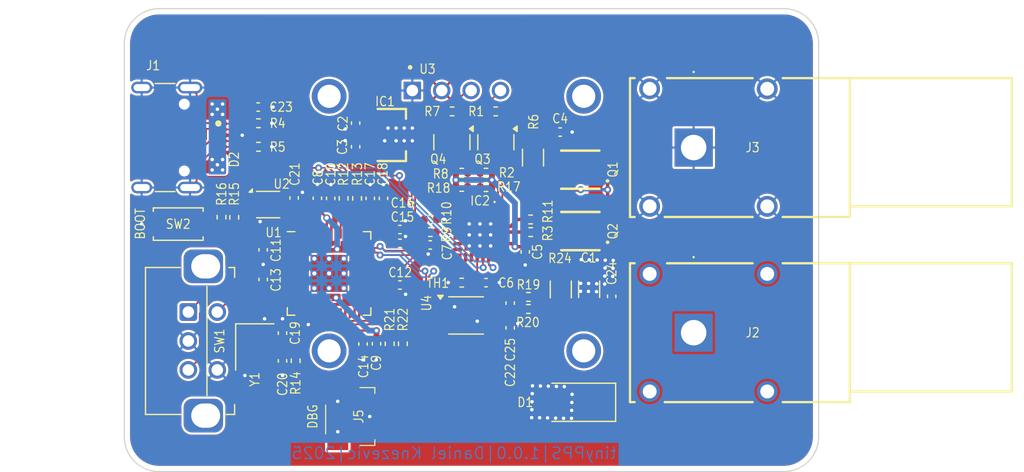
<source format=kicad_pcb>
(kicad_pcb (version 20241229) (generator "pcbnew") (generator_version "9.0")
  (layers (0 "F.Cu" signal) (2 "B.Cu" signal) (13 "F.Paste" user) (15 "B.Paste" user) (5 "F.SilkS" user "F.Silkscreen") (7 "B.SilkS" user "B.Silkscreen") (1 "F.Mask" user) (3 "B.Mask" user) (25 "Edge.Cuts" user))
  (net 0 "")
  (net 1 "GND")
  (net 2 "+3V3")
  (net 13 "VBUS")
  (net 14 "/USB_D-")
  (net 15 "/USB_D+")
  (net 16 "Net-(IC2-IFB)")
  (net 17 "Net-(IC2-V18)")
  (net 21 "/GPIO10")
  (net 22 "/GPIO9")
  (net 33 "/GPIO11")
  (net 34 "/CC2")
  (net 35 "/CC1")
  (net 38 "Net-(IC2-OTP)")
  (net 40 "Net-(IC2-VOUT)")
  (net 42 "+5V")
  (net 44 "/SDA_5V")
  (net 46 "/PD_INT_5V")
  (net 47 "/SCL_5V")
  (net 50 "Net-(IC2-VCC)")
  (net 52 "Net-(IC2-PWR_EN)")
  (net 53 "Net-(Q1-S_1)")
  (net 54 "/SDA")
  (net 55 "/SCL")
  (net 56 "+1V1")
  (net 57 "Net-(U1-XIN)")
  (net 58 "Net-(C20-Pad1)")
  (net 59 "Net-(J5-Pad1)")
  (net 60 "Net-(J5-Pad3)")
  (net 61 "/PD_INT")
  (net 62 "Net-(U1-USB_DP)")
  (net 63 "Net-(U1-USB_DM)")
  (net 64 "Net-(U1-XOUT)")
  (net 65 "/QSPI_SS")
  (net 66 "/~{USB_BOOT}")
  (net 67 "/SC")
  (net 68 "/SD")
  (net 69 "/QSPI_SD3")
  (net 70 "/QSPI_SD2")
  (net 71 "/QSPI_SD0")
  (net 72 "/QSPI_SCLK")
  (net 73 "/QSPI_SD1")
  (net 75 "/VIN+")
  (net 78 "Net-(Q1-G)")
  (net 79 "Net-(U4-Vin+)")
  (net 80 "/VOUT_PD")
  (net 81 "Net-(U4-Vbus)")
  (footprint "Capacitor_SMD:C_0402_1005Metric" (layer "F.Cu") (at 116.4462 97.2284 -90)
    (property "Reference" "C25")
    (property "Value" "100n")
  )
  (footprint "Capacitor_SMD:C_0402_1005Metric" (layer "F.Cu") (at 103.0898 83.72 90)
    (property "Reference" "C3")
    (property "Value" "2u2")
  )
  (footprint "Resistor_SMD:R_0402_1005Metric" (layer "F.Cu") (at 112.259 95.4595 180)
    (property "Reference" "TH1")
    (property "Value" "Thermistor_NTC 10k")
  )
  (footprint "Capacitor_SMD:C_0402_1005Metric" (layer "F.Cu") (at 109.539 92.2 180)
    (property "Reference" "C7")
    (property "Value" "100n")
  )
  (footprint "Resistor_SMD:R_0402_1005Metric" (layer "F.Cu") (at 109.55 90)
    (property "Reference" "R10")
    (property "Value" "10k")
  )
  (footprint "Resistor_SMD:R_0402_1005Metric" (layer "F.Cu") (at 118.219 91.09 180)
    (property "Reference" "R3")
    (property "Value" "100R")
  )
  (footprint "SamacSys:DMTH8008LFGQ7" (layer "F.Cu") (at 121.194 85.6963 90)
    (property "Reference" "Q1")
    (property "Value" "DMN3009SFG-7" (hide yes))
  )
  (footprint "Resistor_SMD:R_0402_1005Metric" (layer "F.Cu") (at 112.259 85.962)
    (property "Reference" "R8")
    (property "Value" "10k")
  )
  (footprint "Resistor_SMD:R_0402_1005Metric" (layer "F.Cu") (at 107.1732 100.7425 -90)
    (property "Reference" "R22")
    (property "Value" "100R")
  )
  (footprint "Resistor_SMD:R_0402_1005Metric" (layer "F.Cu") (at 118.021 97.7364 180)
    (property "Reference" "R20")
    (property "Value" "10R")
  )
  (footprint "SamacSys:AP33772SDKZ13FA01" (layer "F.Cu") (at 113.844 91.3395 -90)
    (property "Reference" "IC2")
    (property "Value" "AP33772SDKZ-13-FA01" (hide yes))
  )
  (footprint "Capacitor_SMD:C_0402_1005Metric" (layer "F.Cu") (at 96.7714 99.82 90)
    (property "Reference" "C19")
    (property "Value" "15p")
  )
  (footprint "SamacSys:SM03BSRSSTBLFSN" (layer "F.Cu") (at 102.9614 107.0278 -90)
    (property "Reference" "J5")
    (property "Value" "SM03B-SRSS-TB_LF__SN_" (hide yes))
  )
  (footprint "Capacitor_SMD:C_0402_1005Metric" (layer "F.Cu") (at 100.935 88.1775 90)
    (property "Reference" "C10")
    (property "Value" "100n")
  )
  (footprint "Package_SO:VSSOP-10_3x3mm_P0.5mm" (layer "F.Cu") (at 112.6301 98.2944)
    (property "Reference" "U4")
    (property "Value" "INA226")
  )
  (footprint "Capacitor_SMD:C_0402_1005Metric" (layer "F.Cu") (at 97.775 88.1375 90)
    (property "Reference" "C21")
    (property "Value" "100n")
  )
  (footprint "Capacitor_SMD:C_0402_1005Metric" (layer "F.Cu") (at 120.7644 82.4456)
    (property "Reference" "C4")
    (property "Value" "1u")
  )
  (footprint "Resistor_SMD:R_0402_1005Metric" (layer "F.Cu") (at 112.259 87.1845)
    (property "Reference" "R18")
    (property "Value" "4k7")
  )
  (footprint "Capacitor_SMD:C_1206_3216Metric" (layer "F.Cu") (at 123.269 96.0368 90)
    (property "Reference" "C1")
    (property "Value" "10u")
  )
  (footprint "Capacitor_SMD:C_0402_1005Metric" (layer "F.Cu") (at 96.7714 102.22 -90)
    (property "Reference" "C20")
    (property "Value" "15p")
  )
  (footprint "Resistor_SMD:R_0402_1005Metric" (layer "F.Cu") (at 114.359 87.1995)
    (property "Reference" "R17")
    (property "Value" "4k7")
  )
  (footprint "Capacitor_SMD:C_0402_1005Metric" (layer "F.Cu") (at 94.67 80.284)
    (property "Reference" "C23")
    (property "Value" "100n")
  )
  (footprint "Capacitor_SMD:C_0402_1005Metric" (layer "F.Cu") (at 105.495 88.1775 90)
    (property "Reference" "C18")
    (property "Value" "1u")
  )
  (footprint "Crystal:Crystal_SMD_3225-4Pin_3.2x2.5mm" (layer "F.Cu") (at 94.3714 101.02 -90)
    (property "Reference" "Y1")
    (property "Value" "ABM8-272-T3")
  )
  (footprint "Connector_USB:USB_C_Receptacle_GCT_USB4105-xx-A_16P_TopMnt_Horizontal" (layer "F.Cu") (at 85.675 82.92 -90)
    (property "Reference" "J1")
    (property "Value" "USB_C_Receptacle_USB2.0_14P")
  )
  (footprint "Resistor_SMD:R_0402_1005Metric" (layer "F.Cu") (at 103.215 88.1775 -90)
    (property "Reference" "R13")
    (property "Value" "27R")
  )
  (footprint "Resistor_SMD:R_1206_3216Metric" (layer "F.Cu") (at 120.819 96.0493 -90)
    (property "Reference" "R24")
    (property "Value" "10m")
  )
  (footprint "Resistor_SMD:R_0402_1005Metric" (layer "F.Cu") (at 118.023 96.695 180)
    (property "Reference" "R19")
    (property "Value" "10R")
  )
  (footprint "Capacitor_SMD:C_0402_1005Metric" (layer "F.Cu") (at 106.92 92.0625)
    (property "Reference" "C15")
    (property "Value" "100n")
  )
  (footprint "Resistor_SMD:R_0402_1005Metric" (layer "F.Cu") (at 109.55 91.09 180)
    (property "Reference" "R9")
    (property "Value" "5k1")
  )
  (footprint "Resistor_SMD:R_0402_1005Metric" (layer "F.Cu") (at 91.5 89.8 90)
    (property "Reference" "R16")
    (property "Value" "1k")
  )
  (footprint "SamacSys:1873802" (layer "F.Cu") (at 132.3 99.784 180)
    (property "Reference" "J2")
    (property "Value" "187-3802" (hide yes))
  )
  (footprint "Capacitor_SMD:C_0402_1005Metric" (layer "F.Cu") (at 104.355 88.1775 90)
    (property "Reference" "C17")
    (property "Value" "1u")
  )
  (footprint "Capacitor_SMD:C_0402_1005Metric" (layer "F.Cu") (at 114.359 95.4595)
    (property "Reference" "C6")
    (property "Value" "100n")
  )
  (footprint "Capacitor_SMD:C_0402_1005Metric" (layer "F.Cu") (at 117.75 92.8 -90)
    (property "Reference" "C5")
    (property "Value" "1u")
  )
  (footprint "Resistor_SMD:R_0402_1005Metric" (layer "F.Cu") (at 111.428112 80.662 180)
    (property "Reference" "R7")
    (property "Value" "10k")
  )
  (footprint "SamacSys:SW_3x4mm" (layer "F.Cu") (at 87.757412 90.4)
    (property "Reference" "SW2")
    (property "Value" "BOOT")
  )
  (footprint "Resistor_SMD:R_0402_1005Metric" (layer "F.Cu") (at 118.21 90 180)
    (property "Reference" "R11")
    (property "Value" "10R")
  )
  (footprint "Capacitor_SMD:C_0402_1005Metric" (layer "F.Cu") (at 103.7282 100.7625 -90)
    (property "Reference" "C14")
    (property "Value" "100n")
  )
  (footprint "Resistor_SMD:R_0402_1005Metric" (layer "F.Cu") (at 92.6 89.818 -90)
    (property "Reference" "R15")
    (property "Value" "DNF")
  )
  (footprint "SamacSys:1873802" (layer "F.Cu") (at 132.3 83.784 180)
    (property "Reference" "J3")
    (property "Value" "187-3802" (hide yes))
  )
  (footprint "SamacSys:DQA_R-PUSON-N10_" (layer "F.Cu") (at 92.067588 82.72 -90)
    (property "Reference" "D2")
    (property "Value" "TPD4E05U06DQAR" (hide yes))
  )
  (footprint "SamacSys:2DB1132R13" (layer "F.Cu") (at 106.1898 82.7 -90)
    (property "Reference" "IC1")
    (property "Value" "AP2205-33Y-13" (hide yes))
  )
  (footprint "Resistor_SMD:R_1206_3216Metric" (layer "F.Cu") (at 118.419 84.6493 -90)
    (property "Reference" "R6")
    (property "Value" "5m")
  )
  (footprint "Capacitor_SMD:C_0402_1005Metric" (layer "F.Cu") (at 95.1 92.628 -90)
    (property "Reference" "C11")
    (property "Value" "100n")
  )
  (footprint "Package_TO_SOT_SMD:SOT-23" (layer "F.Cu") (at 115.209 83.322 -90)
    (property "Reference" "Q3")
    (property "Value" "BSS123")
  )
  (footprint "Resistor_SMD:R_0402_1005Metric" (layer "F.Cu") (at 106.0332 100.7425 -90)
    (property "Reference" "R21")
    (property "Value" "100R")
  )
  (footprint "Resistor_SMD:R_0402_1005Metric" (layer "F.Cu") (at 102.05 88.1775 -90)
    (property "Reference" "R12")
    (property "Value" "27R")
  )
  (footprint "MCU_RaspberryPi_RP2040:RP2040-QFN-56" (layer "F.Cu") (at 100.795 94.6625)
    (property "Reference" "U1")
    (property "Value" "RP2040")
  )
  (footprint "Rotary_Encoder:EC11 horizontal" (layer "F.Cu") (at 86.63125 98)
    (property "Reference" "SW1")
    (property "Value" "RotaryEncoder_Switch")
  )
  (footprint "Diode_SMD:D_SMA" (layer "F.Cu") (at 122.05 105.8 180)
    (property "Reference" "D1")
    (property "Value" "D_Schottky SS510-HF")
  )
  (footprint "Capacitor_SMD:C_0402_1005Metric" (layer "F.Cu") (at 99.785 88.1625 90)
    (property "Reference" "C8")
    (property "Value" "100n")
  )
  (footprint "Resistor_SMD:R_0402_1005Metric" (layer "F.Cu") (at 97.9082 102.2068 -90)
    (property "Reference" "R14")
    (property "Value" "1k")
  )
  (footprint "Capacitor_SMD:C_0402_1005Metric" (layer "F.Cu") (at 103.0898 81.67 -90)
    (property "Reference" "C2")
    (property "Value" "1u")
  )
  (footprint "Capacitor_SMD:C_0402_1005Metric" (layer "F.Cu") (at 116.4462 99.362 90)
    (property "Reference" "C22")
    (property "Value" "100n")
  )
  (footprint "SamacSys:MODULE_DM-OLED096-636" (layer "F.Cu") (at 111.8 90.3545)
    (property "Reference" "U3")
    (property "Value" "DM-OLED096-636")
  )
  (footprint "Package_SON:WSON-8-1EP_2x2mm_P0.5mm_EP0.9x1.6mm" (layer "F.Cu") (at 95.535 88.7125)
    (property "Reference" "U2")
    (property "Value" "W25Q128JVEIM")
  )
  (footprint "Resistor_SMD:R_0402_1005Metric" (layer "F.Cu") (at 115.199 80.662 180)
    (property "Reference" "R1")
    (property "Value" "10k")
  )
  (footprint "Capacitor_SMD:C_0402_1005Metric" (layer "F.Cu") (at 104.8932 100.7425 -90)
    (property "Reference" "C9")
    (property "Value" "100n")
  )
  (footprint "Resistor_SMD:R_0402_1005Metric" (layer "F.Cu") (at 94.692588 83.72)
    (property "Reference" "R5")
    (property "Value" "5k1")
  )
  (footprint "Capacitor_SMD:C_0402_1005Metric" (layer "F.Cu") (at 106.92 90.8675)
    (property "Reference" "C16")
    (property "Value" "100n")
  )
  (footprint "Capacitor_SMD:C_0402_1005Metric" (layer "F.Cu") (at 95.1 95.1825 90)
    (property "Reference" "C13")
    (property "Value" "100n")
  )
  (footprint "SamacSys:DMTH8008LFGQ7" (layer "F.Cu") (at 121.204 91.0013 90)
    (property "Reference" "Q2")
    (property "Value" "DMN3009SFG-7" (hide yes))
  )
  (footprint "Resistor_SMD:R_0402_1005Metric" (layer "F.Cu") (at 94.692588 81.6836)
    (property "Reference" "R4")
    (property "Value" "5k1")
  )
  (footprint "Resistor_SMD:R_0402_1005Metric" (layer "F.Cu") (at 114.359 85.962 180)
    (property "Reference" "R2")
    (property "Value" "10k")
  )
  (footprint "Package_TO_SOT_SMD:SOT-23" (layer "F.Cu") (at 111.409 83.322 -90)
    (property "Reference" "Q4")
    (property "Value" "BSS123")
  )
  (footprint "Capacitor_SMD:C_0402_1005Metric" (layer "F.Cu") (at 106.92 95.6625)
    (property "Reference" "C12")
    (property "Value" "100n")
  )
  (footprint "Capacitor_SMD:C_0402_1005Metric" (layer "F.Cu") (at 125.219 96.6458 90)
    (property "Reference" "C24")
    (property "Value" "100n")
  )
  (gr_line (start 143.1 108.784) (end 143.1 74.784) (stroke (width 0.1)) (layer "Edge.Cuts"))
  (gr_arc (start 83.1 74.784) (mid 83.97868 72.66268) (end 86.1 71.784) (stroke (width 0.1)) (layer "Edge.Cuts"))
  (gr_line (start 83.1 108.784) (end 83.1 74.784) (stroke (width 0.1)) (layer "Edge.Cuts"))
  (gr_line (start 86.1 71.784) (end 140.1 71.784) (stroke (width 0.1)) (layer "Edge.Cuts"))
  (gr_line (start 86.1 111.784) (end 140.1 111.784) (stroke (width 0.1)) (layer "Edge.Cuts"))
  (gr_arc (start 86.1 111.784) (mid 83.97868 110.90532) (end 83.1 108.784) (stroke (width 0.1)) (layer "Edge.Cuts"))
  (gr_arc (start 143.1 108.784) (mid 142.22132 110.90532) (end 140.1 111.784) (stroke (width 0.1)) (layer "Edge.Cuts"))
  (gr_arc (start 140.1 71.784) (mid 142.22132 72.66268) (end 143.1 74.784) (stroke (width 0.1)) (layer "Edge.Cuts"))
  (gr_text "tinyPPS|1.0.0|Daniel Knezevic|2025" (at 111.6 110.784 0) (layer "B.Cu") (effects (font (size 1 1) (thickness 0.1)) (justify bottom mirror)))
  (gr_text "DBG" (at 99.3814 107.0278 90) (layer "F.SilkS") (effects (font (size 0.8 0.7) (thickness 0.1))))
  (segment (start 116.4462 98.882) (end 116.9956 98.882) (width 0.5) (layer "F.Cu") (net 1))
  (segment (start 95.1 94.7025) (end 95.1 93.884) (width 0.5) (layer "F.Cu") (net 1))
  (segment (start 89.355 79.175) (end 88.78 78.6) (width 0.15) (layer "F.Cu") (net 1))
  (segment (start 121.2444 82.4456) (end 121.8032 82.4456) (width 0.5) (layer "F.Cu") (net 1))
  (segment (start 107.4 96.4586) (end 107.4078 96.4664) (width 0.5) (layer "F.Cu") (net 1))
  (segment (start 107.4 91.4626) (end 107.4 90.8675) (width 0.5) (layer "F.Cu") (net 1))
  (segment (start 109.059 92.682) (end 109.3636 92.9866) (width 0.5) (layer "F.Cu") (net 1))
  (segment (start 114.094 89.4145) (end 114.094 91.0895) (width 0.3) (layer "F.Cu") (net 1))
  (segment (start 114.094 91.0895) (end 113.844 91.3395) (width 0.3) (layer "F.Cu") (net 1))
  (segment (start 95.8398 81.6836) (end 95.202588 81.6836) (width 0.5) (layer "F.Cu") (net 1))
  (segment (start 105.495 87.6448) (end 105.495 87.6975) (width 0.5) (layer "F.Cu") (net 1))
  (segment (start 99.795 98.705043) (end 99.426271 99.073772) (width 0.15) (layer "F.Cu") (net 1))
  (segment (start 99.426271 99.073772) (end 99.009228 99.073772) (width 0.15) (layer "F.Cu") (net 1))
  (segment (start 107.405 95.6625) (end 107.51 95.7675) (width 0.2) (layer "F.Cu") (net 1))
  (segment (start 95.2214 99.92) (end 95.2214 98.584) (width 0.5) (layer "F.Cu") (net 1))
  (segment (start 100.935 86.9564) (end 100.95 86.9414) (width 0.5) (layer "F.Cu") (net 1))
  (segment (start 111.7399 95.4504) (end 111.749 95.4595) (width 0.5) (layer "F.Cu") (net 1))
  (segment (start 101.5484 104.7278) (end 101.5484 105.7104) (width 0.5) (layer "F.Cu") (net 1))
  (segment (start 115.5104 95.4504) (end 114.8481 95.4504) (width 0.5) (layer "F.Cu") (net 1))
  (segment (start 91.682588 82.72) (end 92.452588 82.72) (width 0.3) (layer "F.Cu") (net 1))
  (segment (start 93.5214 103.484) (end 93.5214 102.12) (width 0.5) (layer "F.Cu") (net 1))
  (segment (start 107.4 92.0625) (end 107.4 91.4626) (width 0.5) (layer "F.Cu") (net 1))
  (segment (start 94.585 89.4625) (end 94.585 89.9325) (width 0.2) (layer "F.Cu") (net 1))
  (segment (start 107.4 95.6625) (end 107.4 96.4586) (width 0.5) (layer "F.Cu") (net 1))
  (segment (start 99.795 98.1) (end 99.795 98.705043) (width 0.15) (layer "F.Cu") (net 1))
  (segment (start 109.059 92.2) (end 109.059 92.682) (width 0.5) (layer "F.Cu") (net 1))
  (segment (start 94.585 89.9325) (end 94.835 90.1825) (width 0.2) (layer "F.Cu") (net 1))
  (segment (start 104.355 87.6975) (end 104.355 86.989) (width 0.5) (layer "F.Cu") (net 1))
  (segment (start 104.355 86.989) (end 104.35 86.984) (width 0.5) (layer "F.Cu") (net 1))
  (segment (start 114.8301 98.7944) (end 113.6026 98.7944) (width 0.2) (layer "F.Cu") (net 1))
  (segment (start 96.7714 103.484) (end 96.7714 102.7) (width 0.5) (layer "F.Cu") (net 1))
  (segment (start 99.009228 99.073772) (end 99.0004 99.0826) (width 0.15) (layer "F.Cu") (net 1))
  (segment (start 110.4301 97.5486) (end 110.4301 97.7944) (width 0.2) (layer "F.Cu") (net 1))
  (segment (start 105.490229 86.984) (end 105.490229 87.640029) (width 0.5) (layer "F.Cu") (net 1))
  (segment (start 104.8932 101.2225) (end 104.8932 102.114) (width 0.5) (layer "F.Cu") (net 1))
  (segment (start 95.15 80.284) (end 95.95 80.284) (width 0.5) (layer "F.Cu") (net 1))
  (segment (start 111.0908 95.4504) (end 111.7399 95.4504) (width 0.5) (layer "F.Cu") (net 1))
  (segment (start 101.5484 108.3426) (end 101.5484 109.3278) (width 0.5) (layer "F.Cu") (net 1))
  (segment (start 103.7282 101.2425) (end 103.7282 102.129) (width 0.5) (layer "F.Cu") (net 1))
  (segment (start 100.935 87.6975) (end 100.935 86.9564) (width 0.5) (layer "F.Cu") (net 1))
  (segment (start 85.707412 90.4) (end 84.616 90.4) (width 0.5) (layer "F.Cu") (net 1))
  (segment (start 110.7352 89.9894) (end 110.7246 90) (width 0.5) (layer "F.Cu") (net 1))
  (segment (start 95.1 93.108) (end 95.1 93.884) (width 0.5) (layer "F.Cu") (net 1))
  (segment (start 89.355 86.665) (end 88.78 87.24) (width 0.15) (layer "F.Cu") (net 1))
  (segment (start 110.4301 97.2944) (end 110.4301 97.5486) (width 0.2) (layer "F.Cu") (net 1))
  (segment (start 99.785 86.964) (end 99.785 87.6825) (width 0.5) (layer "F.Cu") (net 1))
  (segment (start 89.355 86.12) (end 89.355 86.665) (width 0.15) (layer "F.Cu") (net 1))
  (segment (start 101.5484 105.7104) (end 101.5404 105.7184) (width 0.5) (layer "F.Cu") (net 1))
  (segment (start 96.7714 99.34) (end 96.7714 98.584) (width 0.5) (layer "F.Cu") (net 1))
  (segment (start 107.4 90.8675) (end 107.4 90.1164) (width 0.5) (layer "F.Cu") (net 1))
  (segment (start 98.4924 87.6526) (end 98.4875 87.6575) (width 0.5) (layer "F.Cu") (net 1))
  (segment (start 89.355 79.72) (end 89.355 79.175) (width 0.15) (layer "F.Cu") (net 1))
  (segment (start 92.452588 82.72) (end 93.292588 82.72) (width 0.3) (layer "F.Cu") (net 1))
  (segment (start 95.8762 81.6836) (end 95.8398 81.72) (width 0.5) (layer "F.Cu") (net 1))
  (segment (start 116.9956 98.882) (end 117.1066 98.993) (width 0.5) (layer "F.Cu") (net 1))
  (segment (start 84.616 90.4) (end 84.6 90.384) (width 0.5) (layer "F.Cu") (net 1))
  (segment (start 99.7624 86.9414) (end 99.785 86.964) (width 0.5) (layer "F.Cu") (net 1))
  (segment (start 110.4301 97.5486) (end 111.5948 97.5486) (width 0.6) (layer "F.Cu") (net 1))
  (segment (start 114.8481 95.4504) (end 114.839 95.4595) (width 0.5) (layer "F.Cu") (net 1))
  (segment (start 113.6026 98.7944) (end 113.6014 98.7932) (width 0.2) (layer "F.Cu") (net 1))
  (segment (start 104.309 107.0278) (end 105.4244 107.0278) (width 0.5) (layer "F.Cu") (net 1))
  (segment (start 117.7456 93.9328) (end 117.7456 93.2844) (width 0.5) (layer "F.Cu") (net 1))
  (segment (start 117.7456 93.2844) (end 117.75 93.28) (width 0.5) (layer "F.Cu") (net 1))
  (segment (start 101.934 82.15) (end 101.9 82.184) (width 0.5) (layer "F.Cu") (net 1))
  (segment (start 98.4875 87.6575) (end 97.775 87.6575) (width 0.5) (layer "F.Cu") (net 1))
  (segment (start 95.8762 83.7156) (end 95.8718 83.72) (width 0.5) (layer "F.Cu") (net 1))
  (segment (start 95.8718 83.72) (end 95.202588 83.72) (width 0.5) (layer "F.Cu") (net 1))
  (segment (start 105.490229 87.640029) (end 105.495 87.6448) (width 0.5) (layer "F.Cu") (net 1))
  (segment (start 110.7246 90) (end 110.06 90) (width 0.5) (layer "F.Cu") (net 1))
  (via (at 107.4078 96.4664) (size 0.6) (drill 0.3) (layers "F.Cu" "B.Cu") (net 1))
  (via (at 118.3552 105.0516) (size 0.6) (drill 0.3) (layers "F.Cu" "B.Cu") (net 1))
  (via (at 114.759 90.3845) (size 0.6) (drill 0.3) (layers "F.Cu" "B.Cu") (net 1))
  (via (at 107.9898 83.2) (size 0.6) (drill 0.3) (layers "F.Cu" "B.Cu") (net 1))
  (via (at 102.1898 83.184) (size 0.6) (drill 0.3) (layers "F.Cu" "B.Cu") (net 1))
  (via (at 121.8032 82.4456) (size 0.6) (drill 0.3) (layers "F.Cu" "B.Cu") (net 1))
  (via (at 101.5404 105.7184) (size 0.6) (drill 0.3) (layers "F.Cu" "B.Cu") (net 1))
  (via (at 121.747 107.1852) (size 0.6) (drill 0.3) (layers "F.Cu" "B.Cu") (net 1))
  (via (at 111.0908 95.4504) (size 0.6) (drill 0.3) (layers "F.Cu" "B.Cu") (net 1))
  (via (at 96.7714 98.584) (size 0.6) (drill 0.3) (layers "F.Cu" "B.Cu") (net 1))
  (via (at 113.834 91.3345) (size 0.6) (drill 0.3) (layers "F.Cu" "B.Cu") (net 1))
  (via (at 95.95 80.284) (size 0.6) (drill 0.3) (layers "F.Cu" "B.Cu") (net 1))
  (via (at 122.5906 93.4716) (size 0.6) (drill 0.3) (layers "F.Cu" "B.Cu") (net 1))
  (via (at 104.8732 102.134) (size 0.6) (drill 0.3) (layers "F.Cu" "B.Cu") (net 1))
  (via (at 124.6108 95.5798) (size 0.6) (drill 0.3) (layers "F.Cu" "B.Cu") (net 1))
  (via (at 121.7606 106.4994) (size 0.6) (drill 0.3) (layers "F.Cu" "B.Cu") (net 1))
  (via (at 106.5898 82.1) (size 0.6) (drill 0.3) (layers "F.Cu" "B.Cu") (net 1))
  (via (at 84.6 90.384) (size 0.6) (drill 0.3) (layers "F.Cu" "B.Cu") (net 1))
  (via (at 123.212 96.2166) (size 0.6) (drill 0.3) (layers "F.Cu" "B.Cu") (net 1))
  (via (at 112.909 92.2845) (size 0.6) (drill 0.3) (layers "F.Cu" "B.Cu") (net 1))
  (via (at 109.3636 92.9866) (size 0.6) (drill 0.3) (layers "F.Cu" "B.Cu") (net 1))
  (via (at 122.5398 95.5172) (size 0.6) (drill 0.3) (layers "F.Cu" "B.Cu") (net 1))
  (via (at 112.909 90.3845) (size 0.6) (drill 0.3) (layers "F.Cu" "B.Cu") (net 1))
  (via (at 96.7714 103.484) (size 0.6) (drill 0.3) (layers "F.Cu" "B.Cu") (net 1))
  (via (at 120.3754 107.1716) (size 0.6) (drill 0.3) (layers "F.Cu" "B.Cu") (net 1))
  (via (at 118.9902 107.1344) (size 0.6) (drill 0.3) (layers "F.Cu" "B.Cu") (net 1))
  (via (at 125.3102 94.9194) (size 0.6) (drill 0.3) (layers "F.Cu" "B.Cu") (net 1))
  (via (at 99.785 86.964) (size 0.6) (drill 0.3) (layers "F.Cu" "B.Cu") (net 1))
  (via (at 103.7232 102.134) (size 0.6) (drill 0.3) (layers "F.Cu" "B.Cu") (net 1))
  (via (at 113.834 92.2845) (size 0.6) (drill 0.3) (layers "F.Cu" "B.Cu") (net 1))
  (via (at 121.1256 104.442) (size 0.6) (drill 0.3) (layers "F.Cu" "B.Cu") (net 1))
  (via (at 122.5262 96.203) (size 0.6) (drill 0.3) (layers "F.Cu" "B.Cu") (net 1))
  (via (at 119.676 107.148) (size 0.6) (drill 0.3) (layers "F.Cu" "B.Cu") (net 1))
  (via (at 105.490229 86.984) (size 0.6) (drill 0.3) (layers "F.Cu" "B.Cu") (net 1))
  (via (at 107.4 91.4626) (size 0.6) (drill 0.3) (layers "F.Cu" "B.Cu") (net 1))
  (via (at 93.5214 103.484) (size 0.6) (drill 0.3) (layers "F.Cu" "B.Cu") (net 1))
  (via (at 110.7352 89.9894) (size 0.6) (drill 0.3) (layers "F.Cu" "B.Cu") (net 1))
  (via (at 125.3338 94.22) (size 0.6) (drill 0.3) (layers "F.Cu" "B.Cu") (net 1))
  (via (at 120.4398 104.4284) (size 0.6) (drill 0.3) (layers "F.Cu" "B.Cu") (net 1))
  (via (at 123.925 95.5544) (size 0.6) (drill 0.3) (layers "F.Cu" "B.Cu") (net 1))
  (via (at 124.6616 93.5224) (size 0.6) (drill 0.3) (layers "F.Cu" "B.Cu") (net 1))
  (via (at 106.5898 83.2) (size 0.6) (drill 0.3) (layers "F.Cu" "B.Cu") (net 1))
  (via (at 98.4924 87.6526) (size 0.6) (drill 0.3) (layers "F.Cu" "B.Cu") (net 1))
  (via (at 117.7456 93.9328) (size 0.6) (drill 0.3) (layers "F.Cu" "B.Cu") (net 1))
  (via (at 94.835 90.1825) (size 0.6) (drill 0.3) (layers "F.Cu" "B.Cu") (net 1))
  (via (at 95.1 93.884) (size 0.6) (drill 0.3) (layers "F.Cu" "B.Cu") (net 1))
  (via (at 121.0612 107.1852) (size 0.6) (drill 0.3) (layers "F.Cu" "B.Cu") (net 1))
  (via (at 105.8898 82.1) (size 0.6) (drill 0.3) (layers "F.Cu" "B.Cu") (net 1))
  (via (at 123.2764 93.4852) (size 0.6) (drill 0.3) (layers "F.Cu" "B.Cu") (net 1))
  (via (at 102.1898 82.184) (size 0.6) (drill 0.3) (layers "F.Cu" "B.Cu") (net 1))
  (via (at 95.85 83.7156) (size 0.6) (drill 0.3) (layers "F.Cu" "B.Cu") (net 1))
  (via (at 124.648 94.1946) (size 0.6) (drill 0.3) (layers "F.Cu" "B.Cu") (net 1))
  (via (at 115.5104 95.4504) (size 0.6) (drill 0.3) (layers "F.Cu" "B.Cu") (net 1))
  (via (at 121.7978 105.1142) (size 0.6) (drill 0.3) (layers "F.Cu" "B.Cu") (net 1))
  (via (at 107.4 90.1164) (size 0.6) (drill 0.3) (layers "F.Cu" "B.Cu") (net 1))
  (via (at 114.759 92.2845) (size 0.6) (drill 0.3) (layers "F.Cu" "B.Cu") (net 1))
  (via (at 107.2898 83.2) (size 0.6) (drill 0.3) (layers "F.Cu" "B.Cu") (net 1))
  (via (at 118.3044 107.1226) (size 0.6) (drill 0.3) (layers "F.Cu" "B.Cu") (net 1))
  (via (at 118.3316 105.751) (size 0.6) (drill 0.3) (layers "F.Cu" "B.Cu") (net 1))
  (via (at 93.292588 82.72) (size 0.6) (drill 0.3) (layers "F.Cu" "B.Cu") (net 1))
  (via (at 95.2214 98.584) (size 0.6) (drill 0.3) (layers "F.Cu" "B.Cu") (net 1))
  (via (at 124.6244 94.894) (size 0.6) (drill 0.3) (layers "F.Cu" "B.Cu") (net 1))
  (via (at 119.7404 104.4048) (size 0.6) (drill 0.3) (layers "F.Cu" "B.Cu") (net 1))
  (via (at 105.6 83.2) (size 0.6) (drill 0.3) (layers "F.Cu" "B.Cu") (net 1))
  (via (at 113.6014 98.7932) (size 0.6) (drill 0.3) (layers "F.Cu" "B.Cu") (net 1))
  (via (at 107.9898 82.1) (size 0.6) (drill 0.3) (layers "F.Cu" "B.Cu") (net 1))
  (via (at 119.0546 104.3912) (size 0.6) (drill 0.3) (layers "F.Cu" "B.Cu") (net 1))
  (via (at 104.309 107.0278) (size 0.6) (drill 0.3) (layers "F.Cu" "B.Cu") (net 1))
  (via (at 107.2898 82.1) (size 0.6) (drill 0.3) (layers "F.Cu" "B.Cu") (net 1))
  (via (at 113.834 90.3845) (size 0.6) (drill 0.3) (layers "F.Cu" "B.Cu") (net 1))
  (via (at 123.9622 93.4988) (size 0.6) (drill 0.3) (layers "F.Cu" "B.Cu") (net 1))
  (via (at 114.759 91.3345) (size 0.6) (drill 0.3) (layers "F.Cu" "B.Cu") (net 1))
  (via (at 100.95 86.984) (size 0.6) (drill 0.3) (layers "F.Cu" "B.Cu") (net 1))
  (via (at 123.9114 96.2402) (size 0.6) (drill 0.3) (layers "F.Cu" "B.Cu") (net 1))
  (via (at 99.0004 99.0826) (size 0.6) (drill 0.3) (layers "F.Cu" "B.Cu") (net 1))
  (via (at 104.35 86.984) (size 0.6) (drill 0.3) (layers "F.Cu" "B.Cu") (net 1))
  (via (at 121.7742 105.8136) (size 0.6) (drill 0.3) (layers "F.Cu" "B.Cu") (net 1))
  (via (at 111.6426 97.5486) (size 0.6) (drill 0.3) (layers "F.Cu" "B.Cu") (net 1))
  (via (at 118.318 106.4368) (size 0.6) (drill 0.3) (layers "F.Cu" "B.Cu") (net 1))
  (via (at 117.1066 98.993) (size 0.6) (drill 0.3) (layers "F.Cu" "B.Cu") (net 1))
  (via (at 101.5484 108.3426) (size 0.6) (drill 0.3) (layers "F.Cu" "B.Cu") (net 1))
  (via (at 112.909 91.3345) (size 0.6) (drill 0.3) (layers "F.Cu" "B.Cu") (net 1))
  (via (at 118.3688 104.3776) (size 0.6) (drill 0.3) (layers "F.Cu" "B.Cu") (net 1))
  (via (at 125.3474 93.536) (size 0.6) (drill 0.3) (layers "F.Cu" "B.Cu") (net 1))
  (via (at 123.2256 95.5308) (size 0.6) (drill 0.3) (layers "F.Cu" "B.Cu") (net 1))
  (via (at 95.85 81.6836) (size 0.6) (drill 0.3) (layers "F.Cu" "B.Cu") (net 1))
  (segment (start 102.995 91.225) (end 103.395 91.225) (width 0.2) (layer "F.Cu") (net 2))
  (segment (start 101.395 91.225) (end 101.395 91.8625) (width 0.2) (layer "F.Cu") (net 2))
  (segment (start 103.455 100.2825) (end 102.3545 100.2825) (width 0.2) (layer "F.Cu") (net 2))
  (segment (start 96.485 87.9625) (end 97.12 87.9625) (width 0.15) (layer "F.Cu") (net 2))
  (segment (start 101.395 91.225) (end 101.395 90.462498) (width 0.2) (layer "F.Cu") (net 2))
  (segment (start 97.3575 95.6625) (end 94.995 95.6625) (width 0.2) (layer "F.Cu") (net 2))
  (segment (start 101.395 90.462498) (end 101.145001 90.212499) (width 0.2) (layer "F.Cu") (net 2))
  (segment (start 100.995 92.0625) (end 100.995 91.6625) (width 0.2) (layer "F.Cu") (net 2))
  (segment (start 101.395 91.8625) (end 101.195 92.0625) (width 0.2) (layer "F.Cu") (net 2))
  (segment (start 100.995 97.4625) (end 100.795 97.2625) (width 0.2) (layer "F.Cu") (net 2))
  (segment (start 100.995 90.3625) (end 100.995 91.225) (width 0.2) (layer "F.Cu") (net 2))
  (segment (start 103.395 91.225) (end 103.395 92.0625) (width 0.2) (layer "F.Cu") (net 2))
  (segment (start 100.995 98.1) (end 100.995 97.4625) (width 0.2) (layer "F.Cu") (net 2))
  (segment (start 116.1428 99.842) (end 116.4462 99.842) (width 0.3) (layer "F.Cu") (net 2))
  (segment (start 97.63 88.7625) (end 97.775 88.6175) (width 0.15) (layer "F.Cu") (net 2))
  (segment (start 101.171 90.1865) (end 101.145001 90.212499) (width 0.15) (layer "F.Cu") (net 2))
  (segment (start 100.935 88.6575) (end 101.171 88.8935) (width 0.2) (layer "F.Cu") (net 2))
  (segment (start 97.3575 92.0625) (end 95.145 92.0625) (width 0.2) (layer "F.Cu") (net 2))
  (segment (start 104.2325 92.0625) (end 103.395 92.0625) (width 0.2) (layer "F.Cu") (net 2))
  (segment (start 101.171 88.8935) (end 101.171 90.1865) (width 0.2) (layer "F.Cu") (net 2))
  (segment (start 100.995 98.923) (end 100.995 98.1) (width 0.2) (layer "F.Cu") (net 2))
  (segment (start 114.8301 99.2944) (end 115.5952 99.2944) (width 0.3) (layer "F.Cu") (net 2))
  (segment (start 102.3545 100.2825) (end 100.995 98.923) (width 0.2) (layer "F.Cu") (net 2))
  (segment (start 104.7898 84.2) (end 103.0898 84.2) (width 0.3) (layer "F.Cu") (net 2))
  (segment (start 97.3575 95.6625) (end 98.195 95.6625) (width 0.2) (layer "F.Cu") (net 2))
  (segment (start 97.12 87.9625) (end 97.775 88.6175) (width 0.15) (layer "F.Cu") (net 2))
  (segment (start 103.395 92.0625) (end 103.295 92.1625) (width 0.2) (layer "F.Cu") (net 2))
  (segment (start 101.145001 90.212499) (end 100.995 90.3625) (width 0.2) (layer "F.Cu") (net 2))
  (segment (start 97.3575 92.0625) (end 98.195 92.0625) (width 0.2) (layer "F.Cu") (net 2))
  (segment (start 104.2325 95.6625) (end 103.395 95.6625) (width 0.2) (layer "F.Cu") (net 2))
  (segment (start 100.995 91.225) (end 100.995 92.0625) (width 0.2) (layer "F.Cu") (net 2))
  (segment (start 102.995 90.7625) (end 102.995 91.225) (width 0.2) (layer "F.Cu") (net 2))
  (segment (start 115.5952 99.2944) (end 116.1428 99.842) (width 0.3) (layer "F.Cu") (net 2))
  (segment (start 115.094 89.4145) (end 115.094 88.7702) (width 0.15) (layer "F.Cu") (net 13))
  (segment (start 118.169 84.49305) (end 117.660072 84.49305) (width 0.15) (layer "F.Cu") (net 13))
  (segment (start 115.395 86.758122) (end 115.395 88.4692) (width 0.15) (layer "F.Cu") (net 13))
  (segment (start 118.169 84.49305) (end 118.419 84.24305) (width 0.15) (layer "F.Cu") (net 13))
  (segment (start 118.419 84.24305) (end 118.419 83.73055) (width 0.15) (layer "F.Cu") (net 13))
  (segment (start 117.660072 84.49305) (end 115.395 86.758122) (width 0.15) (layer "F.Cu") (net 13))
  (segment (start 115.395 88.4692) (end 115.094 88.7702) (width 0.15) (layer "F.Cu") (net 13))
  (via (at 91.592588 80.92) (size 0.6) (drill 0.3) (layers "F.Cu" "B.Cu") (net 13))
  (via (at 91.592588 85.72) (size 0.6) (drill 0.3) (layers "F.Cu" "B.Cu") (net 13))
  (via (at 91.142588 80.47) (size 0.6) (drill 0.3) (layers "F.Cu" "B.Cu") (net 13))
  (via (at 91.592588 84.82) (size 0.6) (drill 0.3) (layers "F.Cu" "B.Cu") (net 13))
  (via (at 90.692588 84.82) (size 0.6) (drill 0.3) (layers "F.Cu" "B.Cu") (net 13))
  (via (at 90.692588 85.72) (size 0.6) (drill 0.3) (layers "F.Cu" "B.Cu") (net 13))
  (via (at 90.692588 80.92) (size 0.6) (drill 0.3) (layers "F.Cu" "B.Cu") (net 13))
  (via (at 91.592588 80.02) (size 0.6) (drill 0.3) (layers "F.Cu" "B.Cu") (net 13))
  (via (at 90.692588 80.02) (size 0.6) (drill 0.3) (layers "F.Cu" "B.Cu") (net 13))
  (via (at 91.142588 85.27) (size 0.6) (drill 0.3) (layers "F.Cu" "B.Cu") (net 13))
  (segment (start 89.247588 82.17) (end 90.167588 82.17) (width 0.15) (layer "F.Cu") (net 14))
  (segment (start 98.57 82.57) (end 103.215 87.215) (width 0.15) (layer "F.Cu") (net 14))
  (segment (start 93.886465 82.57) (end 98.57 82.57) (width 0.15) (layer "F.Cu") (net 14))
  (segment (start 92.865089 82.22) (end 92.891089 82.194) (width 0.15) (layer "F.Cu") (net 14))
  (segment (start 91.267588 82.22) (end 91.217588 82.17) (width 0.15) (layer "F.Cu") (net 14))
  (segment (start 92.452588 82.22) (end 92.865089 82.22) (width 0.15) (layer "F.Cu") (net 14))
  (segment (start 90.017588 83.17) (end 90.167588 83.02) (width 0.15) (layer "F.Cu") (net 14))
  (segment (start 103.215 87.215) (end 103.215 87.6675) (width 0.15) (layer "F.Cu") (net 14))
  (segment (start 91.682588 82.22) (end 91.267588 82.22) (width 0.15) (layer "F.Cu") (net 14))
  (segment (start 90.167588 83.02) (end 90.167588 82.17) (width 0.15) (layer "F.Cu") (net 14))
  (segment (start 89.247588 83.17) (end 90.017588 83.17) (width 0.15) (layer "F.Cu") (net 14))
  (segment (start 91.682588 82.22) (end 92.452588 82.22) (width 0.15) (layer "F.Cu") (net 14))
  (segment (start 92.891089 82.194) (end 93.510465 82.194) (width 0.15) (layer "F.Cu") (net 14))
  (segment (start 93.510465 82.194) (end 93.886465 82.57) (width 0.15) (layer "F.Cu") (net 14))
  (segment (start 91.217588 82.17) (end 90.167588 82.17) (width 0.15) (layer "F.Cu") (net 14))
  (segment (start 89.247588 82.67) (end 88.517588 82.67) (width 0.15) (layer "F.Cu") (net 15))
  (segment (start 98.136 82.87) (end 93.886465 82.87) (width 0.15) (layer "F.Cu") (net 15))
  (segment (start 92.891089 83.246) (end 92.865089 83.22) (width 0.15) (layer "F.Cu") (net 15))
  (segment (start 90.017588 83.67) (end 89.247588 83.67) (width 0.15) (layer "F.Cu") (net 15))
  (segment (start 102.05 87.6675) (end 102.05 86.784) (width 0.15) (layer "F.Cu") (net 15))
  (segment (start 88.367588 83.52) (end 88.517588 83.67) (width 0.15) (layer "F.Cu") (net 15))
  (segment (start 93.510465 83.246) (end 92.891089 83.246) (width 0.15) (layer "F.Cu") (net 15))
  (segment (start 91.582588 83.22) (end 90.467588 83.22) (width 0.15) (layer "F.Cu") (net 15))
  (segment (start 92.865089 83.22) (end 92.452588 83.22) (width 0.15) (layer "F.Cu") (net 15))
  (segment (start 102.05 86.784) (end 98.136 82.87) (width 0.15) (layer "F.Cu") (net 15))
  (segment (start 88.517588 83.67) (end 89.247588 83.67) (width 0.15) (layer "F.Cu") (net 15))
  (segment (start 88.367588 82.82) (end 88.367588 83.52) (width 0.15) (layer "F.Cu") (net 15))
  (segment (start 93.886465 82.87) (end 93.510465 83.246) (width 0.15) (layer "F.Cu") (net 15))
  (segment (start 90.467588 83.22) (end 90.017588 83.67) (width 0.15) (layer "F.Cu") (net 15))
  (segment (start 91.682588 83.22) (end 92.452588 83.22) (width 0.15) (layer "F.Cu") (net 15))
  (segment (start 88.517588 82.67) (end 88.367588 82.82) (width 0.15) (layer "F.Cu") (net 15))
  (segment (start 113.594 93.2645) (end 113.594 94.6745) (width 0.15) (layer "F.Cu") (net 16))
  (segment (start 113.879 94.9595) (end 113.879 95.4595) (width 0.15) (layer "F.Cu") (net 16))
  (segment (start 113.594 94.6745) (end 113.879 94.9595) (width 0.15) (layer "F.Cu") (net 16))
  (segment (start 110.1735 92.2) (end 110.3745 92.2) (width 0.15) (layer "F.Cu") (net 17))
  (segment (start 110.3745 92.2) (end 110.764 92.5895) (width 0.15) (layer "F.Cu") (net 17))
  (segment (start 110.764 92.5895) (end 111.919 92.5895) (width 0.15) (layer "F.Cu") (net 17))
  (segment (start 90.871507 96.8625) (end 89.61925 98.114757) (width 0.15) (layer "F.Cu") (net 21))
  (segment (start 97.3575 96.8625) (end 90.871507 96.8625) (width 0.15) (layer "F.Cu") (net 21))
  (segment (start 89.61925 98.114757) (end 89.61925 102.012) (width 0.15) (layer "F.Cu") (net 21))
  (segment (start 89.61925 102.012) (end 88.63125 103) (width 0.15) (layer "F.Cu") (net 21))
  (segment (start 97.3575 96.4625) (end 90.16875 96.4625) (width 0.15) (layer "F.Cu") (net 22))
  (segment (start 90.16875 96.4625) (end 88.63125 98) (width 0.15) (layer "F.Cu") (net 22))
  (segment (start 91.86875 97.2625) (end 91.13125 98) (width 0.15) (layer "F.Cu") (net 33))
  (segment (start 97.3575 97.2625) (end 91.86875 97.2625) (width 0.15) (layer "F.Cu") (net 33))
  (segment (start 89.047588 84.67) (end 89.622587 84.67) (width 0.15) (layer "F.Cu") (net 34))
  (segment (start 90.098711 84.67) (end 91.048711 83.72) (width 0.15) (layer "F.Cu") (net 34))
  (segment (start 94.182588 83.72) (end 92.452588 83.72) (width 0.15) (layer "F.Cu") (net 34))
  (segment (start 89.355 84.67) (end 90.098711 84.67) (width 0.15) (layer "F.Cu") (net 34))
  (segment (start 91.048711 83.72) (end 91.682588 83.72) (width 0.15) (layer "F.Cu") (net 34))
  (segment (start 91.682588 83.72) (end 92.452588 83.72) (width 0.15) (layer "F.Cu") (net 34))
  (segment (start 114.119 94.1595) (end 114.094 94.1345) (width 0.15) (layer "F.Cu") (net 34))
  (segment (start 114.094 94.1345) (end 114.094 93.2645) (width 0.15) (layer "F.Cu") (net 34))
  (segment (start 94.182588 83.72) (end 96.006988 85.5444) (width 0.15) (layer "F.Cu") (net 34))
  (segment (start 96.006988 85.5444) (end 99.7624 85.5444) (width 0.15) (layer "F.Cu") (net 34))
  (via (at 114.119 94.1595) (size 0.6) (drill 0.3) (layers "F.Cu" "B.Cu") (net 34))
  (via (at 99.8894 85.5406) (size 0.6) (drill 0.3) (layers "F.Cu" "B.Cu") (net 34))
  (segment (start 104.870122 85.5406) (end 113.489022 94.1595) (width 0.15) (layer "B.Cu") (net 34))
  (segment (start 113.489022 94.1595) (end 114.119 94.1595) (width 0.15) (layer "B.Cu") (net 34))
  (segment (start 99.8894 85.5406) (end 104.870122 85.5406) (width 0.15) (layer "B.Cu") (net 34))
  (segment (start 114.764002 94.089502) (end 114.594 93.9195) (width 0.15) (layer "F.Cu") (net 35))
  (segment (start 92.452588 81.72) (end 94.146188 81.72) (width 0.15) (layer "F.Cu") (net 35))
  (segment (start 94.072588 81.73) (end 94.082588 81.72) (width 0.15) (layer "F.Cu") (net 35))
  (segment (start 94.146188 81.72) (end 94.182588 81.6836) (width 0.15) (layer "F.Cu") (net 35))
  (segment (start 91.682588 81.72) (end 92.452588 81.72) (width 0.15) (layer "F.Cu") (net 35))
  (segment (start 94.741388 82.2424) (end 98.7464 82.2424) (width 0.15) (layer "F.Cu") (net 35))
  (segment (start 89.347588 81.67) (end 91.632588 81.67) (width 0.15) (layer "F.Cu") (net 35))
  (segment (start 94.182588 81.6836) (end 94.741388 82.2424) (width 0.15) (layer "F.Cu") (net 35))
  (segment (start 114.959 94.089502) (end 114.764002 94.089502) (width 0.15) (layer "F.Cu") (net 35))
  (segment (start 114.594 93.9195) (end 114.594 93.2645) (width 0.15) (layer "F.Cu") (net 35))
  (segment (start 98.7464 82.2424) (end 102.7088 86.2048) (width 0.15) (layer "F.Cu") (net 35))
  (segment (start 102.7088 86.2048) (end 106.8744 86.2048) (width 0.15) (layer "F.Cu") (net 35))
  (via (at 114.959 94.1595) (size 0.6) (drill 0.3) (layers "F.Cu" "B.Cu") (net 35))
  (via (at 106.8744 86.2048) (size 0.6) (drill 0.3) (layers "F.Cu" "B.Cu") (net 35))
  (segment (start 106.9125 87.1573) (end 113.3887 93.6335) (width 0.15) (layer "B.Cu") (net 35))
  (segment (start 106.8744 86.2048) (end 106.8744 87.1192) (width 0.15) (layer "B.Cu") (net 35))
  (segment (start 114.433 93.6335) (end 114.959 94.1595) (width 0.15) (layer "B.Cu") (net 35))
  (segment (start 106.8744 87.1192) (end 106.9125 87.1573) (width 0.15) (layer "B.Cu") (net 35))
  (segment (start 113.3887 93.6335) (end 114.433 93.6335) (width 0.15) (layer "B.Cu") (net 35))
  (segment (start 112.769 94.9595) (end 112.769 95.4595) (width 0.15) (layer "F.Cu") (net 38))
  (segment (start 112.594 94.7845) (end 112.769 94.9595) (width 0.15) (layer "F.Cu") (net 38))
  (segment (start 112.594 93.2645) (end 112.594 94.7845) (width 0.15) (layer "F.Cu") (net 38))
  (segment (start 115.769 91.0895) (end 117.709 91.0895) (width 0.3) (layer "F.Cu") (net 40))
  (segment (start 115.769 92.0895) (end 116.599 92.0895) (width 0.3) (layer "F.Cu") (net 42))
  (segment (start 116.859 92.3495) (end 117.754 92.3495) (width 0.3) (layer "F.Cu") (net 42))
  (segment (start 111.749 87.1845) (end 111.749 86.5845) (width 0.5) (layer "F.Cu") (net 42))
  (segment (start 114.869 87.1995) (end 114.869 86.4845) (width 0.5) (layer "F.Cu") (net 42))
  (segment (start 116.599 92.0895) (end 116.859 92.3495) (width 0.3) (layer "F.Cu") (net 42))
  (segment (start 111.749 86.5845) (end 111.749 85.962) (width 0.5) (layer "F.Cu") (net 42))
  (segment (start 114.869 86.4845) (end 114.869 85.962) (width 0.5) (layer "F.Cu") (net 42))
  (via (at 114.869 86.5845) (size 0.6) (drill 0.3) (layers "F.Cu" "B.Cu") (net 42))
  (via (at 116.859 92.3495) (size 0.6) (drill 0.3) (layers "F.Cu" "B.Cu") (net 42))
  (via (at 111.749 86.5845) (size 0.6) (drill 0.3) (layers "F.Cu" "B.Cu") (net 42))
  (segment (start 116.859 92.3495) (end 116.859 88.5745) (width 0.5) (layer "B.Cu") (net 42))
  (segment (start 116.859 88.5745) (end 114.869 86.5845) (width 0.5) (layer "B.Cu") (net 42))
  (segment (start 111.749 86.5845) (end 114.869 86.5845) (width 0.5) (layer "B.Cu") (net 42))
  (segment (start 113.849 87.1995) (end 113.849 85.962) (width 0.15) (layer "F.Cu") (net 44))
  (segment (start 113.819 88.2695) (end 113.819 87.4795) (width 0.15) (layer "F.Cu") (net 44))
  (segment (start 113.594 88.4945) (end 113.819 88.2695) (width 0.15) (layer "F.Cu") (net 44))
  (segment (start 113.849 85.6195) (end 113.849 85.962) (width 0.15) (layer "F.Cu") (net 44))
  (segment (start 115.209 84.2595) (end 113.849 85.6195) (width 0.15) (layer "F.Cu") (net 44))
  (segment (start 113.594 89.4145) (end 113.594 88.4945) (width 0.15) (layer "F.Cu") (net 44))
  (segment (start 110.06 91.3) (end 110.2705 91.0895) (width 0.15) (layer "F.Cu") (net 46))
  (segment (start 110.2705 91.0895) (end 111.919 91.0895) (width 0.15) (layer "F.Cu") (net 46))
  (segment (start 113.094 88.5345) (end 113.094 89.4145) (width 0.15) (layer "F.Cu") (net 47))
  (segment (start 112.769 87.1845) (end 112.769 85.962) (width 0.15) (layer "F.Cu") (net 47))
  (segment (start 112.769 88.2095) (end 113.094 88.5345) (width 0.15) (layer "F.Cu") (net 47))
  (segment (start 112.769 85.6195) (end 112.769 85.962) (width 0.15) (layer "F.Cu") (net 47))
  (segment (start 111.409 84.2595) (end 112.769 85.6195) (width 0.15) (layer "F.Cu") (net 47))
  (segment (start 112.769 87.1845) (end 112.769 88.2095) (width 0.15) (layer "F.Cu") (net 47))
  (segment (start 115.7644 86.8144) (end 115.769 86.819) (width 0.15) (layer "F.Cu") (net 50))
  (segment (start 118.419 85.55555) (end 118.419 85.04305) (width 0.15) (layer "F.Cu") (net 50))
  (segment (start 118.419 85.04305) (end 118.219 84.84305) (width 0.15) (layer "F.Cu") (net 50))
  (segment (start 118.219 84.84305) (end 117.73575 84.84305) (width 0.15) (layer "F.Cu") (net 50))
  (segment (start 117.73575 84.84305) (end 115.7644 86.8144) (width 0.15) (layer "F.Cu") (net 50))
  (segment (start 115.769 86.819) (end 115.769 90.0895) (width 0.15) (layer "F.Cu") (net 50))
  (segment (start 117.7 90) (end 117.0835 90) (width 0.3) (layer "F.Cu") (net 52))
  (segment (start 116.494 90.5895) (end 115.769 90.5895) (width 0.3) (layer "F.Cu") (net 52))
  (segment (start 117.0835 90) (end 116.494 90.5895) (width 0.3) (layer "F.Cu") (net 52))
  (segment (start 105.2 93.078) (end 107.815178 93.078) (width 0.15) (layer "F.Cu") (net 54))
  (segment (start 110.883 83.512098) (end 111.099098 83.296) (width 0.15) (layer "F.Cu") (net 54))
  (segment (start 110.883 84.1505) (end 110.883 83.512098) (width 0.15) (layer "F.Cu") (net 54))
  (segment (start 113.1955 83.348) (end 114.159 82.3845) (width 0.15) (layer "F.Cu") (net 54))
  (segment (start 112.049098 83.348) (end 113.1955 83.348) (width 0.15) (layer "F.Cu") (net 54))
  (segment (start 114.259 82.3845) (end 114.259 81.092) (width 0.15) (layer "F.Cu") (net 54))
  (segment (start 108.235 86.7985) (end 110.883 84.1505) (width 0.15) (layer "F.Cu") (net 54))
  (segment (start 111.099098 83.296) (end 111.12821 83.296) (width 0.15) (layer "F.Cu") (net 54))
  (segment (start 114.689 79.7755) (end 115.61 78.8545) (width 0.15) (layer "F.Cu") (net 54))
  (segment (start 108.235 92.658178) (end 108.235 86.7985) (width 0.15) (layer "F.Cu") (net 54))
  (segment (start 104.2325 92.8625) (end 104.9845 92.8625) (width 0.15) (layer "F.Cu") (net 54))
  (segment (start 111.907743 83.206645) (end 112.049098 83.348) (width 0.15) (layer "F.Cu") (net 54))
  (segment (start 114.259 81.092) (end 114.689 80.662) (width 0.15) (layer "F.Cu") (net 54))
  (segment (start 104.9845 92.8625) (end 105.2 93.078) (width 0.15) (layer "F.Cu") (net 54))
  (segment (start 114.689 80.662) (end 114.689 79.7755) (width 0.15) (layer "F.Cu") (net 54))
  (segment (start 109.834203 94.4598) (end 109.9478 94.573397) (width 0.15) (layer "F.Cu") (net 54))
  (segment (start 111.217565 83.206645) (end 111.907743 83.206645) (width 0.15) (layer "F.Cu") (net 54))
  (segment (start 109.4791 98.568399) (end 109.705101 98.7944) (width 0.15) (layer "F.Cu") (net 54))
  (segment (start 107.815178 93.078) (end 108.235 92.658178) (width 0.15) (layer "F.Cu") (net 54))
  (segment (start 109.834203 94.4598) (end 109.4791 94.814903) (width 0.15) (layer "F.Cu") (net 54))
  (segment (start 109.705101 98.7944) (end 110.4301 98.7944) (width 0.15) (layer "F.Cu") (net 54))
  (segment (start 109.4791 94.814903) (end 109.4791 98.568399) (width 0.15) (layer "F.Cu") (net 54))
  (segment (start 111.12821 83.296) (end 111.217565 83.206645) (width 0.15) (layer "F.Cu") (net 54))
  (via (at 105.2 93.078) (size 0.6) (drill 0.3) (layers "F.Cu" "B.Cu") (net 54))
  (via (at 109.834203 94.4598) (size 0.6) (drill 0.3) (layers "F.Cu" "B.Cu") (net 54))
  (segment (start 109.834203 94.4598) (end 109.834203 94.471797) (width 0.15) (layer "B.Cu") (net 54))
  (segment (start 106.8896 93.078) (end 105.2 93.078) (width 0.15) (layer "B.Cu") (net 54))
  (segment (start 109.3128 94.9932) (end 108.8048 94.9932) (width 0.15) (layer "B.Cu") (net 54))
  (segment (start 108.8048 94.9932) (end 106.8896 93.078) (width 0.15) (layer "B.Cu") (net 54))
  (segment (start 109.834203 94.471797) (end 109.3128 94.9932) (width 0.15) (layer "B.Cu") (net 54))
  (segment (start 107.934 92.5335) (end 107.934 86.673822) (width 0.15) (layer "F.Cu") (net 55))
  (segment (start 105.6205 92.6985) (end 107.769 92.6985) (width 0.15) (layer "F.Cu") (net 55))
  (segment (start 109.246363 94.621963) (end 109.1781 94.690225) (width 0.15) (layer "F.Cu") (net 55))
  (segment (start 110.459 81.121112) (end 110.918112 80.662) (width 0.15) (layer "F.Cu") (net 55))
  (segment (start 104.2325 92.4625) (end 104.9655 92.4625) (width 0.15) (layer "F.Cu") (net 55))
  (segment (start 110.459 84.148822) (end 110.459 82.3845) (width 0.15) (layer "F.Cu") (net 55))
  (segment (start 105.2 92.327997) (end 105.249997 92.327997) (width 0.15) (layer "F.Cu") (net 55))
  (segment (start 105.249997 92.327997) (end 105.6205 92.6985) (width 0.15) (layer "F.Cu") (net 55))
  (segment (start 107.934 86.673822) (end 110.459 84.148822) (width 0.15) (layer "F.Cu") (net 55))
  (segment (start 109.3382 98.855258) (end 109.777342 99.2944) (width 0.15) (layer "F.Cu") (net 55))
  (segment (start 107.769 92.6985) (end 107.934 92.5335) (width 0.15) (layer "F.Cu") (net 55))
  (segment (start 110.918112 80.662) (end 112.725612 78.8545) (width 0.15) (layer "F.Cu") (net 55))
  (segment (start 109.1781 94.690225) (end 109.1781 98.693077) (width 0.15) (layer "F.Cu") (net 55))
  (segment (start 112.725612 78.8545) (end 113.07 78.8545) (width 0.15) (layer "F.Cu") (net 55))
  (segment (start 109.1781 98.693077) (end 109.3382 98.853177) (width 0.15) (layer "F.Cu") (net 55))
  (segment (start 109.3382 98.853177) (end 109.3382 98.855258) (width 0.15) (layer "F.Cu") (net 55))
  (segment (start 104.9655 92.4625) (end 105.15 92.278) (width 0.15) (layer "F.Cu") (net 55))
  (segment (start 109.0842 94.4598) (end 109.246363 94.621963) (width 0.15) (layer "F.Cu") (net 55))
  (segment (start 109.777342 99.2944) (end 110.4301 99.2944) (width 0.15) (layer "F.Cu") (net 55))
  (segment (start 110.459 82.3845) (end 110.459 81.121112) (width 0.15) (layer "F.Cu") (net 55))
  (via (at 109.0842 94.4598) (size 0.6) (drill 0.3) (layers "F.Cu" "B.Cu") (net 55))
  (via (at 105.2 92.327997) (size 0.6) (drill 0.3) (layers "F.Cu" "B.Cu") (net 55))
  (segment (start 107.096878 92.8596) (end 107.014278 92.777) (width 0.15) (layer "B.Cu") (net 55))
  (segment (start 105.2 92.327997) (end 105.150003 92.327997) (width 0.15) (layer "B.Cu") (net 55))
  (segment (start 107.014278 92.777) (end 105.649003 92.777) (width 0.15) (layer "B.Cu") (net 55))
  (segment (start 105.649003 92.777) (end 105.2 92.327997) (width 0.15) (layer "B.Cu") (net 55))
  (segment (start 107.103 92.8596) (end 107.096878 92.8596) (width 0.15) (layer "B.Cu") (net 55))
  (segment (start 109.0842 94.4598) (end 108.7032 94.4598) (width 0.15) (layer "B.Cu") (net 55))
  (segment (start 108.7032 94.4598) (end 107.103 92.8596) (width 0.15) (layer "B.Cu") (net 55))
  (segment (start 103.735 89.8675) (end 104.355 89.2475) (width 0.2) (layer "F.Cu") (net 56))
  (segment (start 102.595 91.225) (end 102.595 90.4175) (width 0.2) (layer "F.Cu") (net 56))
  (segment (start 100.595 89.8568) (end 100.595 89.862494) (width 0.2) (layer "F.Cu") (net 56))
  (segment (start 102.595 91.225) (end 102.595 92.0625) (width 0.2) (layer "F.Cu") (net 56))
  (segment (start 99.785 88.6425) (end 99.785 89.0468) (width 0.2) (layer "F.Cu") (net 56))
  (segment (start 101.395 98.68663) (end 102.30837 99.6) (width 0.2) (layer "F.Cu") (net 56))
  (segment (start 102.595 90.4175) (end 103.145 89.8675) (width 0.2) (layer "F.Cu") (net 56))
  (segment (start 104.355 89.2475) (end 104.355 88.6575) (width 0.2) (layer "F.Cu") (net 56))
  (segment (start 99.785 89.0468) (end 100.595 89.8568) (width 0.2) (layer "F.Cu") (net 56))
  (segment (start 102.30837 99.6) (end 104.62 99.6) (width 0.2) (layer "F.Cu") (net 56))
  (segment (start 103.145 89.8675) (end 103.735 89.8675) (width 0.2) (layer "F.Cu") (net 56))
  (segment (start 100.595 91.225) (end 100.595 89.862494) (width 0.2) (layer "F.Cu") (net 56))
  (segment (start 101.395 98.1) (end 101.395 98.68663) (width 0.2) (layer "F.Cu") (net 56))
  (segment (start 104.8932 100.2625) (end 104.8932 99.6) (width 0.5) (layer "F.Cu") (net 56))
  (via (at 104.8932 99.6) (size 0.6) (drill 0.3) (layers "F.Cu" "B.Cu") (net 56))
  (via (at 101.39497 96.7625) (size 0.6) (drill 0.35) (layers "F.Cu" "B.Cu") (net 56))
  (via (at 101.495 92.5625) (size 0.6) (drill 0.35) (layers "F.Cu" "B.Cu") (net 56))
  (via (at 100.595 89.862494) (size 0.6) (drill 0.35) (layers "F.Cu" "B.Cu") (net 56))
  (segment (start 101.39497 96.77817) (end 104.2168 99.6) (width 0.5) (layer "B.Cu") (net 56))
  (segment (start 101.495 90.762494) (end 101.495 92.5625) (width 0.5) (layer "B.Cu") (net 56))
  (segment (start 101.39497 96.7625) (end 101.39497 96.77817) (width 0.5) (layer "B.Cu") (net 56))
  (segment (start 100.595 89.862494) (end 101.495 90.762494) (width 0.5) (layer "B.Cu") (net 56))
  (segment (start 104.2168 99.6) (end 104.62 99.6) (width 0.5) (layer "B.Cu") (net 56))
  (segment (start 97.3284 99.743) (end 99.182721 99.743) (width 0.15) (layer "F.Cu") (net 57))
  (segment (start 96.2254 100.846) (end 96.7714 100.3) (width 0.15) (layer "F.Cu") (net 57))
  (segment (start 93.5214 99.92) (end 94.4474 100.846) (width 0.15) (layer "F.Cu") (net 57))
  (segment (start 96.7714 100.3) (end 97.3284 99.743) (width 0.15) (layer "F.Cu") (net 57))
  (segment (start 94.4474 100.846) (end 96.2254 100.846) (width 0.15) (layer "F.Cu") (net 57))
  (segment (start 100.195 98.730721) (end 100.195 98.1) (width 0.15) (layer "F.Cu") (net 57))
  (segment (start 99.182721 99.743) (end 100.195 98.730721) (width 0.15) (layer "F.Cu") (net 57))
  (segment (start 96.2922 101.74) (end 96.7714 101.74) (width 0.15) (layer "F.Cu") (net 58))
  (segment (start 95.9122 102.12) (end 96.2922 101.74) (width 0.15) (layer "F.Cu") (net 58))
  (segment (start 95.2214 102.12) (end 95.9122 102.12) (width 0.15) (layer "F.Cu") (net 58))
  (segment (start 96.8806 101.74) (end 97.8574 102.7168) (width 0.15) (layer "F.Cu") (net 58))
  (segment (start 106.0332 101.2525) (end 106.0332 104.9726) (width 0.15) (layer "F.Cu") (net 59))
  (segment (start 106.0332 104.9726) (end 105.4244 105.5814) (width 0.15) (layer "F.Cu") (net 59))
  (segment (start 105.4244 105.5814) (end 105.4244 106.0278) (width 0.15) (layer "F.Cu") (net 59))
  (segment (start 107.1792 101.5317) (end 107.1792 107.1154) (width 0.15) (layer "F.Cu") (net 60))
  (segment (start 107.1732 101.2525) (end 107.1732 101.5257) (width 0.15) (layer "F.Cu") (net 60))
  (segment (start 106.2668 108.0278) (end 105.4244 108.0278) (width 0.15) (layer "F.Cu") (net 60))
  (segment (start 107.1792 107.1154) (end 106.2668 108.0278) (width 0.15) (layer "F.Cu") (net 60))
  (segment (start 107.1732 101.5257) (end 107.1792 101.5317) (width 0.15) (layer "F.Cu") (net 60))
  (segment (start 108.553 91.577) (end 108.553 92.6818) (width 0.15) (layer "F.Cu") (net 61))
  (segment (start 108.553 92.765856) (end 108.553 92.6818) (width 0.15) (layer "F.Cu") (net 61))
  (segment (start 109.04 91.09) (end 109.04 90.2) (width 0.15) (layer "F.Cu") (net 61))
  (segment (start 107.256356 94.0625) (end 108.553 92.765856) (width 0.15) (layer "F.Cu") (net 61))
  (segment (start 109.04 91.09) (end 108.553 91.577) (width 0.15) (layer "F.Cu") (net 61))
  (segment (start 104.2325 94.0625) (end 107.256356 94.0625) (width 0.15) (layer "F.Cu") (net 61))
  (segment (start 102.05 88.6875) (end 102.05 89.3525) (width 0.15) (layer "F.Cu") (net 62))
  (segment (start 102.05 89.3525) (end 101.795 89.6075) (width 0.15) (layer "F.Cu") (net 62))
  (segment (start 101.795 89.6075) (end 101.795 91.225) (width 0.15) (layer "F.Cu") (net 62))
  (segment (start 102.195 89.9625) (end 103.215 88.9425) (width 0.2) (layer "F.Cu") (net 63))
  (segment (start 103.215 88.9425) (end 103.215 88.6875) (width 0.2) (layer "F.Cu") (net 63))
  (segment (start 102.195 91.225) (end 102.195 89.9625) (width 0.2) (layer "F.Cu") (net 63))
  (segment (start 100.595 98.1) (end 100.595 98.756399) (width 0.15) (layer "F.Cu") (net 64))
  (segment (start 97.9082 101.443199) (end 97.9082 101.6968) (width 0.15) (layer "F.Cu") (net 64))
  (segment (start 100.595 98.756399) (end 97.9082 101.443199) (width 0.15) (layer "F.Cu") (net 64))
  (segment (start 93.354032 88.5845) (end 93.354032 90.228) (width 0.15) (layer "F.Cu") (net 65))
  (segment (start 93.976032 87.9625) (end 94.585 87.9625) (width 0.15) (layer "F.Cu") (net 65))
  (segment (start 93.334032 90.248) (end 93.354032 90.228) (width 0.15) (layer "F.Cu") (net 65))
  (segment (start 92.8 90.328) (end 93.334032 90.328) (width 0.15) (layer "F.Cu") (net 65))
  (segment (start 98.195 91.225) (end 98.195 91.1825) (width 0.15) (layer "F.Cu") (net 65))
  (segment (start 97.030233 91.1825) (end 96.902233 91.3105) (width 0.15) (layer "F.Cu") (net 65))
  (segment (start 93.354032 90.296765) (end 94.367767 91.3105) (width 0.15) (layer "F.Cu") (net 65))
  (segment (start 93.354032 90.228) (end 93.354032 90.296765) (width 0.15) (layer "F.Cu") (net 65))
  (segment (start 93.976032 87.9625) (end 93.354032 88.5845) (width 0.15) (layer "F.Cu") (net 65))
  (segment (start 98.1525 91.1825) (end 97.030233 91.1825) (width 0.15) (layer "F.Cu") (net 65))
  (segment (start 92.6 90.328) (end 91.518 90.328) (width 0.15) (layer "F.Cu") (net 65))
  (segment (start 96.902233 91.3105) (end 94.367767 91.3105) (width 0.15) (layer "F.Cu") (net 65))
  (segment (start 91.518 90.328) (end 91.5 90.31) (width 0.15) (layer "F.Cu") (net 65))
  (segment (start 89.8 89.29) (end 89.6 89.49) (width 0.15) (layer "F.Cu") (net 66))
  (segment (start 89.6 89.49) (end 89.6 90.4) (width 0.15) (layer "F.Cu") (net 66))
  (segment (start 91.5 89.29) (end 89.8 89.29) (width 0.15) (layer "F.Cu") (net 66))
  (segment (start 102.304614 99.0645) (end 105.135199 99.0645) (width 0.15) (layer "F.Cu") (net 67))
  (segment (start 101.795 98.1) (end 101.795 98.554886) (width 0.15) (layer "F.Cu") (net 67))
  (segment (start 105.135199 99.0645) (end 106.0332 99.962501) (width 0.15) (layer "F.Cu") (net 67))
  (segment (start 106.0332 99.962501) (end 106.0332 100.2325) (width 0.15) (layer "F.Cu") (net 67))
  (segment (start 101.795 98.554886) (end 102.304614 99.0645) (width 0.15) (layer "F.Cu") (net 67))
  (segment (start 107.1732 100.2325) (end 107.1732 99.864) (width 0.15) (layer "F.Cu") (net 68))
  (segment (start 102.195 98.529208) (end 102.429292 98.7635) (width 0.15) (layer "F.Cu") (net 68))
  (segment (start 102.429292 98.7635) (end 106.0727 98.7635) (width 0.15) (layer "F.Cu") (net 68))
  (segment (start 102.195 98.1) (end 102.195 98.529208) (width 0.15) (layer "F.Cu") (net 68))
  (segment (start 107.1732 99.864) (end 106.0727 98.7635) (width 0.15) (layer "F.Cu") (net 68))
  (segment (start 100.195 90.313919) (end 100.195 91.225) (width 0.15) (layer "F.Cu") (net 69))
  (segment (start 96.788518 88.4625) (end 97.608518 89.2825) (width 0.15) (layer "F.Cu") (net 69))
  (segment (start 97.608518 89.2825) (end 99.163581 89.2825) (width 0.15) (layer "F.Cu") (net 69))
  (segment (start 99.163581 89.2825) (end 100.195 90.313919) (width 0.15) (layer "F.Cu") (net 69))
  (segment (start 96.485 88.4625) (end 96.788518 88.4625) (width 0.15) (layer "F.Cu") (net 69))
  (segment (start 94.276032 88.9625) (end 94.585 88.9625) (width 0.15) (layer "F.Cu") (net 70))
  (segment (start 96.652877 90.7085) (end 94.617123 90.7085) (width 0.15) (layer "F.Cu") (net 70))
  (segment (start 98.995 90.621468) (end 98.559032 90.1855) (width 0.15) (layer "F.Cu") (net 70))
  (segment (start 97.175877 90.1855) (end 96.652877 90.7085) (width 0.15) (layer "F.Cu") (net 70))
  (segment (start 93.956032 90.047409) (end 93.956032 89.2825) (width 0.15) (layer "F.Cu") (net 70))
  (segment (start 94.617123 90.7085) (end 93.956032 90.047409) (width 0.15) (layer "F.Cu") (net 70))
  (segment (start 98.995 91.225) (end 98.995 90.621468) (width 0.15) (layer "F.Cu") (net 70))
  (segment (start 93.956032 89.2825) (end 94.276032 88.9625) (width 0.15) (layer "F.Cu") (net 70))
  (segment (start 98.559032 90.1855) (end 97.175877 90.1855) (width 0.15) (layer "F.Cu") (net 70))
  (segment (start 98.758032 89.8845) (end 96.907 89.8845) (width 0.15) (layer "F.Cu") (net 71))
  (segment (start 99.395 91.225) (end 99.395 90.521468) (width 0.15) (layer "F.Cu") (net 71))
  (segment (start 96.907 89.8845) (end 96.485 89.4625) (width 0.15) (layer "F.Cu") (net 71))
  (segment (start 99.395 90.521468) (end 98.758032 89.8845) (width 0.15) (layer "F.Cu") (net 71))
  (segment (start 99.795 90.421468) (end 98.957032 89.5835) (width 0.15) (layer "F.Cu") (net 72))
  (segment (start 96.86284 88.9625) (end 96.485 88.9625) (width 0.15) (layer "F.Cu") (net 72))
  (segment (start 98.957032 89.5835) (end 97.48384 89.5835) (width 0.15) (layer "F.Cu") (net 72))
  (segment (start 97.48384 89.5835) (end 96.86284 88.9625) (width 0.15) (layer "F.Cu") (net 72))
  (segment (start 99.795 91.225) (end 99.795 90.421468) (width 0.15) (layer "F.Cu") (net 72))
  (segment (start 98.595 90.721468) (end 98.380294 90.506762) (width 0.15) (layer "F.Cu") (net 73))
  (segment (start 98.380294 90.506762) (end 97.280293 90.506762) (width 0.15) (layer "F.Cu") (net 73))
  (segment (start 93.655032 90.172087) (end 93.655032 89.016742) (width 0.15) (layer "F.Cu") (net 73))
  (segment (start 96.777555 91.0095) (end 94.492445 91.0095) (width 0.15) (layer "F.Cu") (net 73))
  (segment (start 94.209274 88.4625) (end 94.585 88.4625) (width 0.15) (layer "F.Cu") (net 73))
  (segment (start 93.655032 89.016742) (end 94.209274 88.4625) (width 0.15) (layer "F.Cu") (net 73))
  (segment (start 97.280293 90.506762) (end 96.777555 91.0095) (width 0.15) (layer "F.Cu") (net 73))
  (segment (start 98.595 91.225) (end 98.595 90.721468) (width 0.15) (layer "F.Cu") (net 73))
  (segment (start 94.492445 91.0095) (end 93.655032 90.172087) (width 0.15) (layer "F.Cu") (net 73))
  (segment (start 118.729 91.0895) (end 118.804 91.0145) (width 0.3) (layer "F.Cu") (net 75))
  (segment (start 119.7097 95.8993) (end 120.569 95.8993) (width 0.15) (layer "F.Cu") (net 75))
  (segment (start 118.914 96.695) (end 119.7097 95.8993) (width 0.15) (layer "F.Cu") (net 75))
  (segment (start 118.533 96.695) (end 118.914 96.695) (width 0.15) (layer "F.Cu") (net 75))
  (segment (start 120.569 95.8993) (end 120.819 95.6493) (width 0.15) (layer "F.Cu") (net 75))
  (segment (start 120.819 95.6493) (end 120.819 95.1368) (width 0.15) (layer "F.Cu") (net 75))
  (segment (start 120.8952 87.4494) (end 118.72 89.6246) (width 0.3) (layer "F.Cu") (net 78))
  (segment (start 124.004 84.7213) (end 124.5845 84.7213) (width 0.3) (layer "F.Cu") (net 78))
  (segment (start 124.5373 90.0263) (end 124.014 90.0263) (width 0.3) (layer "F.Cu") (net 78))
  (segment (start 122.326502 87.4494) (end 120.8952 87.4494) (width 0.3) (layer "F.Cu") (net 78))
  (segment (start 122.539698 87.4264) (end 122.490949 87.377651) (width 0.3) (layer "F.Cu") (net 78))
  (segment (start 122.490949 87.377651) (end 122.398251 87.377651) (width 0.3) (layer "F.Cu") (net 78))
  (segment (start 124.5845 84.7213) (end 124.869 85.0058) (width 0.3) (layer "F.Cu") (net 78))
  (segment (start 124.869 85.0058) (end 124.869 89.6946) (width 0.3) (layer "F.Cu") (net 78))
  (segment (start 122.398251 87.377651) (end 122.326502 87.4494) (width 0.3) (layer "F.Cu") (net 78))
  (segment (start 118.72 89.6246) (end 118.72 90) (width 0.3) (layer "F.Cu") (net 78))
  (segment (start 124.869 89.6946) (end 124.5373 90.0263) (width 0.3) (layer "F.Cu") (net 78))
  (via (at 124.869 87.4264) (size 0.6) (drill 0.3) (layers "F.Cu" "B.Cu") (net 78))
  (via (at 122.539698 87.4264) (size 0.6) (drill 0.3) (layers "F.Cu" "B.Cu") (net 78))
  (segment (start 122.539698 87.4264) (end 124.869 87.4264) (width 0.3) (layer "B.Cu") (net 78))
  (segment (start 115.6048 97.2944) (end 116.1508 96.7484) (width 0.15) (layer "F.Cu") (net 79))
  (segment (start 117.513 96.695) (end 116.4996 96.695) (width 0.15) (layer "F.Cu") (net 79))
  (segment (start 116.4996 96.695) (end 116.4462 96.7484) (width 0.15) (layer "F.Cu") (net 79))
  (segment (start 117.4782 96.7484) (end 117.513 96.7832) (width 0.15) (layer "F.Cu") (net 79))
  (segment (start 114.8301 97.2944) (end 115.6048 97.2944) (width 0.15) (layer "F.Cu") (net 79))
  (segment (start 120.619 96.2493) (end 120.819 96.4493) (width 0.15) (layer "F.Cu") (net 80))
  (segment (start 120.819 96.4493) (end 120.819 96.9618) (width 0.15) (layer "F.Cu") (net 80))
  (segment (start 118.531 97.7364) (end 118.8378 97.7364) (width 0.15) (layer "F.Cu") (net 80))
  (segment (start 119.7915 96.2493) (end 120.619 96.2493) (width 0.15) (layer "F.Cu") (net 80))
  (segment (start 119.2188 96.822) (end 119.7915 96.2493) (width 0.15) (layer "F.Cu") (net 80))
  (segment (start 119.2188 97.3554) (end 119.2188 96.822) (width 0.15) (layer "F.Cu") (net 80))
  (segment (start 118.8378 97.7364) (end 119.2188 97.3554) (width 0.15) (layer "F.Cu") (net 80))
  (segment (start 114.8301 97.7944) (end 114.8301 98.2944) (width 0.15) (layer "F.Cu") (net 81))
  (segment (start 117.483 97.7966) (end 117.511 97.8246) (width 0.15) (layer "F.Cu") (net 81))
  (segment (start 114.8301 97.7944) (end 116.444 97.7944) (width 0.15) (layer "F.Cu") (net 81))
  (segment (start 114.8301 98.2944) (end 114.8383 98.3026) (width 0.15) (layer "F.Cu") (net 81))
  (segment (start 116.4742 97.7364) (end 116.4462 97.7084) (width 0.15) (layer "F.Cu") (net 81))
  (segment (start 117.511 97.7364) (end 116.4742 97.7364) (width 0.15) (layer "F.Cu") (net 81))
  (segment (start 116.444 97.7944) (end 116.4462 97.7966) (width 0.15) (layer "F.Cu") (net 81))
  (zone (net 13) (net_name "VBUS") (layer "F.Cu") (priority 6) (connect_pads yes (clearance 0.2)) (min_thickness 0.25) (fill yes (thermal_gap 0.5) (thermal_bridge_width 0.5))
    (polygon (pts (xy 88.551794 81.384) (xy 93.7 81.384) (xy 94.55 80.534) (xy 94.55 80.184) (xy 97.6 80.184) (xy 97.6 80.171) (xy 98.929 81.5) (xy 105.395004 81.5) (xy 106.334164 80.55483) (xy 106.319026 78.181792) (xy 107.306699 77.1878) (xy 116.038272 77.1878) (xy 117.488933 78.64218) (xy 117.473206 84.783314) (xy 119.322576 84.791706) (xy 120.597631 83.527113) (xy 120.627056 75.573462) (xy 117.362994 72.3094) (xy 95.592394 72.3094) (xy 88.551794 79.35)))
  )
  (zone (net 56) (net_name "+1V1") (layer "F.Cu") (priority 1) (connect_pads yes (clearance 0.15)) (min_thickness 0.15) (fill yes (thermal_gap 0.508) (thermal_bridge_width 0.508))
    (polygon (pts (xy 102.795 92.8625) (xy 99.195 92.8625) (xy 99.195 96.2625) (xy 101.795 96.2625) (xy 101.795 97.0625) (xy 100.995 97.0625) (xy 100.995 96.8625) (xy 98.595 96.8625) (xy 98.595 92.4625) (xy 101.395 92.4625) (xy 101.395 92.2625) (xy 101.795 92.2625) (xy 101.795 91.8625) (xy 102.795 91.8625)))
  )
  (zone (net 50) (net_name "Net-(IC2-VCC)") (layer "F.Cu") (priority 3) (connect_pads yes (clearance 0.2)) (min_thickness 0.25) (fill yes (thermal_gap 0.5) (thermal_bridge_width 0.5))
    (polygon (pts (xy 122.928 84.411) (xy 120.078 84.411) (xy 120.078 84.4868) (xy 119.153 85.4118) (xy 117.478 85.4118) (xy 117.478 86.9896) (xy 122.928 86.9896)))
  )
  (zone (net 1) (net_name "GND") (layer "F.Cu") (priority 4) (connect_pads yes (clearance 0.2)) (min_thickness 0.2) (fill yes (thermal_gap 0.2) (thermal_bridge_width 0.2))
    (polygon (pts (xy 117.8218 103.9086) (xy 122.216 103.9086) (xy 122.216 107.5916) (xy 117.8218 107.5916)))
  )
  (zone (net 1) (net_name "GND") (layer "F.Cu") (priority 10) (connect_pads yes (clearance 0.2)) (min_thickness 0.2) (fill yes (thermal_gap 0.2) (thermal_bridge_width 0.2))
    (polygon (pts (xy 101.5404 81.7344) (xy 108.1698 81.7344) (xy 108.1698 83.6648) (xy 101.5404 83.6648)))
  )
  (zone (net 1) (net_name "GND") (layer "F.Cu") (priority 9) (connect_pads yes (clearance 0.2)) (min_thickness 0.2) (fill yes (thermal_gap 0.2) (thermal_bridge_width 0.2))
    (polygon (pts (xy 122.108 96.5704) (xy 125.8164 96.5704) (xy 125.8164 92.989) (xy 122.108 92.989)))
  )
  (zone (net 2) (net_name "+3V3") (layer "F.Cu") (connect_pads (clearance 0.2)) (min_thickness 0.2) (fill yes (thermal_gap 0.2) (thermal_bridge_width 0.2))
    (polygon (pts (xy 143.1 111.784) (xy 83.1 111.784) (xy 83.1 71.784) (xy 143.1 71.784)))
  )
  (zone (net 75) (net_name "/VIN+") (layer "F.Cu") (priority 5) (connect_pads yes (clearance 0.2)) (min_thickness 0.2) (fill yes (thermal_gap 0.5) (thermal_bridge_width 0.5))
    (polygon (pts (xy 119.894 95.2618) (xy 118.419 93.7868) (xy 118.419 89.6513) (xy 122.969 89.6513) (xy 122.969 95.2618)))
  )
  (zone (net 13) (net_name "VBUS") (layer "F.Cu") (priority 6) (connect_pads yes (clearance 0.2)) (min_thickness 0.25) (fill yes (thermal_gap 0.5) (thermal_bridge_width 0.5))
    (polygon (pts (xy 88.792588 86.02) (xy 91.892588 86.02) (xy 91.892588 84.52) (xy 88.792588 84.52)))
  )
  (zone (net 53) (net_name "Net-(Q1-S_1)") (layer "F.Cu") (priority 2) (connect_pads yes (clearance 0.2)) (min_thickness 0.2) (fill yes (thermal_gap 0.2) (thermal_bridge_width 0.2))
    (polygon (pts (xy 126.6858 85.4786) (xy 125.219 84.0118) (xy 123.219 84.0118) (xy 123.219 92.7073) (xy 125.219 92.7073) (xy 126.6858 91.2405)))
  )
  (zone (net 80) (net_name "/VOUT_PD") (layer "F.Cu") (priority 8) (connect_pads yes (clearance 0.2)) (min_thickness 0.2) (fill yes (thermal_gap 0.5) (thermal_bridge_width 0.5))
    (polygon (pts (xy 121.147106 103.25) (xy 119.834281 101.949619) (xy 119.785077 96.7832) (xy 125.8189 96.7832) (xy 126.0372 96.5649) (xy 126.0372 92.9992) (xy 140.6 92.9992) (xy 140.6 106.831239) (xy 122.659768 106.873053) (xy 122.654041 104.748428) (xy 121.151568 103.25)))
  )
  (zone (net 2) (net_name "+3V3") (layer "F.Cu") (connect_pads yes (clearance 0.15)) (min_thickness 0.15) (fill yes (thermal_gap 0.508) (thermal_bridge_width 0.508))
    (polygon (pts (xy 103.595 97.4625) (xy 97.995 97.4625) (xy 97.995 91.8625) (xy 100.795 91.8625) (xy 101.595 91.8625) (xy 103.595 91.8625)))
  )
  (zone (net 1) (net_name "GND") (layer "B.Cu") (connect_pads (clearance 0.2)) (min_thickness 0.2) (fill yes (thermal_gap 0.2) (thermal_bridge_width 0.2))
    (polygon (pts (xy 143.1 111.784) (xy 83.1 111.784) (xy 83.1 71.784) (xy 143.1 71.784)))
  )
  (zone (net 13) (net_name "VBUS") (layer "B.Cu") (priority 7) (connect_pads yes (clearance 0.2)) (min_thickness 0.25) (fill yes (thermal_gap 0.5) (thermal_bridge_width 0.5))
    (polygon (pts (xy 90.392588 86.12) (xy 91.892588 86.12) (xy 91.914 79.62) (xy 90.392588 79.62)))
  )
)
</source>
